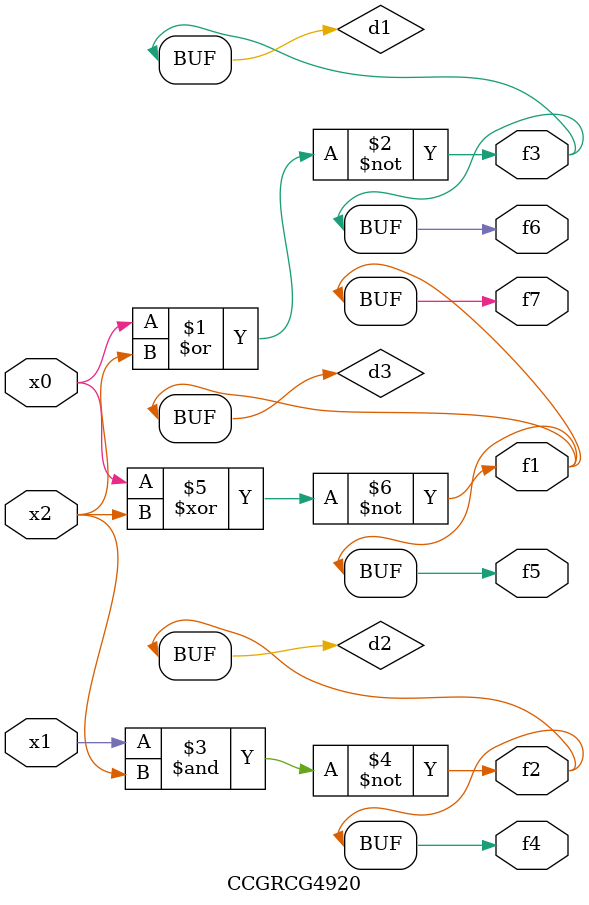
<source format=v>
module CCGRCG4920(
	input x0, x1, x2,
	output f1, f2, f3, f4, f5, f6, f7
);

	wire d1, d2, d3;

	nor (d1, x0, x2);
	nand (d2, x1, x2);
	xnor (d3, x0, x2);
	assign f1 = d3;
	assign f2 = d2;
	assign f3 = d1;
	assign f4 = d2;
	assign f5 = d3;
	assign f6 = d1;
	assign f7 = d3;
endmodule

</source>
